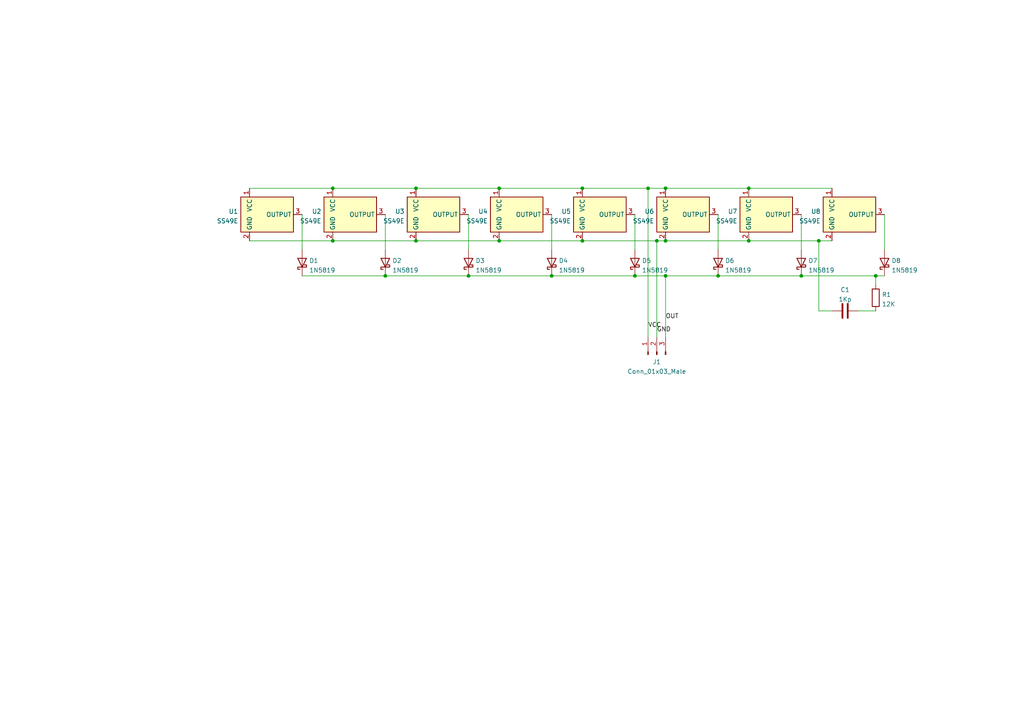
<source format=kicad_sch>
(kicad_sch (version 20211123) (generator eeschema)
  (paper "A4")
  (lib_symbols
    (symbol "Connector:Conn_01x03_Male" (pin_names (offset 1.016) hide)
      (property "Reference" "J" (at 0 5.08 0))
      (property "Value" "Conn_01x03_Male" (at 0 -5.08 0))
      (symbol "Conn_01x03_Male_1_1"
        (polyline (pts (xy 1.27 -2.54) (xy 0.8636 -2.54)) (stroke (width 0.1524)))
        (polyline (pts (xy 1.27 0) (xy 0.8636 0)) (stroke (width 0.1524)))
        (polyline (pts (xy 1.27 2.54) (xy 0.8636 2.54)) (stroke (width 0.1524)))
        (rectangle (start 0.8636 -2.413) (end 0 -2.667) (stroke (width 0.1524)) (fill (type outline)))
        (rectangle (start 0.8636 0.127) (end 0 -0.127) (stroke (width 0.1524)) (fill (type outline)))
        (rectangle (start 0.8636 2.667) (end 0 2.413) (stroke (width 0.1524)) (fill (type outline)))
        (pin passive line (at 5.08 2.54 180) (length 3.81) (name "Pin_1") (number "1"))
        (pin passive line (at 5.08 0 180) (length 3.81) (name "Pin_2") (number "2"))
        (pin passive line (at 5.08 -2.54 180) (length 3.81) (name "Pin_3") (number "3"))
      )
    )
    (symbol "Device:C" (pin_numbers hide) (pin_names (offset 0.254))
      (property "Reference" "C" (at 0.635 2.54 0))
      (property "Value" "C" (at 0.635 -2.54 0))
      (symbol "C_0_1"
        (polyline (pts (xy -2.032 -0.762) (xy 2.032 -0.762)) (stroke (width 0.508)))
        (polyline (pts (xy -2.032 0.762) (xy 2.032 0.762)) (stroke (width 0.508)))
      )
      (symbol "C_1_1"
        (pin passive line (at 0 3.81 270) (length 2.794) (name "~") (number "1"))
        (pin passive line (at 0 -3.81 90) (length 2.794) (name "~") (number "2"))
      )
    )
    (symbol "Device:R" (pin_numbers hide) (pin_names (offset 0))
      (property "Reference" "R" (at 2.032 0 90))
      (property "Value" "R" (at 0 0 90))
      (symbol "R_0_1"
        (rectangle (start -1.016 -2.54) (end 1.016 2.54) (stroke (width 0.254)))
      )
      (symbol "R_1_1"
        (pin passive line (at 0 3.81 270) (length 1.27) (name "~") (number "1"))
        (pin passive line (at 0 -3.81 90) (length 1.27) (name "~") (number "2"))
      )
    )
    (symbol "Diode:1N5819" (pin_numbers hide) (pin_names (offset 1.016) hide)
      (property "Reference" "D" (at 0 2.54 0))
      (property "Value" "1N5819" (at 0 -2.54 0))
      (symbol "1N5819_0_1"
        (polyline (pts (xy 1.27 0) (xy -1.27 0)))
        (polyline (pts (xy 1.27 1.27) (xy 1.27 -1.27) (xy -1.27 0) (xy 1.27 1.27)) (stroke (width 0.254)))
        (polyline (pts (xy -1.905 0.635) (xy -1.905 1.27) (xy -1.27 1.27) (xy -1.27 -1.27) (xy -0.635 -1.27) (xy -0.635 -0.635)) (stroke (width 0.254)))
      )
      (symbol "1N5819_1_1"
        (pin passive line (at -3.81 0 0) (length 2.54) (name "K") (number "1"))
        (pin passive line (at 3.81 0 180) (length 2.54) (name "A") (number "2"))
      )
    )
    (symbol "SM351LT_1"
      (property "Reference" "U1" (at -8.382 0.9085 0))
      (property "Value" "SM351LT_1" (at -8.382 -1.8666 0))
      (symbol "SM351LT_1_0_1"
        (rectangle (start 7.62 5.08) (end -7.62 -5.08) (stroke (width 0.254)) (fill (type background)))
      )
      (symbol "SM351LT_1_1_1"
        (pin power_in line (at -5.08 7.62 270) (length 2.54) (name "VCC") (number "1"))
        (pin power_in line (at -5.08 -7.62 90) (length 2.54) (name "GND") (number "2"))
        (pin output line (at 10.16 0 180) (length 2.54) (name "OUTPUT") (number "3"))
      )
    )
  )
  (junction (at 160.02 80.01))
  (junction (at 144.78 54.61))
  (junction (at 217.17 69.85))
  (junction (at 232.41 80.01))
  (junction (at 237.49 69.85))
  (junction (at 168.91 69.85))
  (junction (at 193.04 80.01))
  (junction (at 144.78 69.85))
  (junction (at 193.04 54.61))
  (junction (at 254 80.01))
  (junction (at 96.52 69.85))
  (junction (at 190.5 69.85))
  (junction (at 96.52 54.61))
  (junction (at 120.65 69.85))
  (junction (at 111.76 80.01))
  (junction (at 208.28 80.01))
  (junction (at 168.91 54.61))
  (junction (at 217.17 54.61))
  (junction (at 120.65 54.61))
  (junction (at 184.15 80.01))
  (junction (at 187.96 54.61))
  (junction (at 135.89 80.01))
  (junction (at 193.04 69.85))
  (wire (pts (xy 168.91 54.61) (xy 187.96 54.61)))
  (wire (pts (xy 96.52 69.85) (xy 120.65 69.85)))
  (wire (pts (xy 184.15 62.23) (xy 184.15 72.39)))
  (wire (pts (xy 193.04 54.61) (xy 217.17 54.61)))
  (wire (pts (xy 160.02 62.23) (xy 160.02 72.39)))
  (wire (pts (xy 237.49 69.85) (xy 241.3 69.85)))
  (wire (pts (xy 193.04 80.01) (xy 208.28 80.01)))
  (wire (pts (xy 135.89 62.23) (xy 135.89 72.39)))
  (wire (pts (xy 120.65 54.61) (xy 144.78 54.61)))
  (wire (pts (xy 72.39 54.61) (xy 96.52 54.61)))
  (wire (pts (xy 254 80.01) (xy 256.54 80.01)))
  (wire (pts (xy 87.63 62.23) (xy 87.63 72.39)))
  (wire (pts (xy 237.49 90.17) (xy 237.49 69.85)))
  (wire (pts (xy 208.28 62.23) (xy 208.28 72.39)))
  (wire (pts (xy 232.41 80.01) (xy 254 80.01)))
  (wire (pts (xy 187.96 54.61) (xy 187.96 97.79)))
  (wire (pts (xy 96.52 54.61) (xy 120.65 54.61)))
  (wire (pts (xy 144.78 54.61) (xy 168.91 54.61)))
  (wire (pts (xy 190.5 69.85) (xy 190.5 97.79)))
  (wire (pts (xy 184.15 80.01) (xy 193.04 80.01)))
  (wire (pts (xy 120.65 69.85) (xy 144.78 69.85)))
  (wire (pts (xy 193.04 69.85) (xy 217.17 69.85)))
  (wire (pts (xy 187.96 54.61) (xy 193.04 54.61)))
  (wire (pts (xy 232.41 62.23) (xy 232.41 72.39)))
  (wire (pts (xy 111.76 62.23) (xy 111.76 72.39)))
  (wire (pts (xy 217.17 69.85) (xy 237.49 69.85)))
  (wire (pts (xy 72.39 69.85) (xy 96.52 69.85)))
  (wire (pts (xy 190.5 69.85) (xy 193.04 69.85)))
  (wire (pts (xy 160.02 80.01) (xy 184.15 80.01)))
  (wire (pts (xy 87.63 80.01) (xy 111.76 80.01)))
  (wire (pts (xy 241.3 90.17) (xy 237.49 90.17)))
  (wire (pts (xy 217.17 54.61) (xy 241.3 54.61)))
  (wire (pts (xy 168.91 69.85) (xy 190.5 69.85)))
  (wire (pts (xy 248.92 90.17) (xy 254 90.17)))
  (wire (pts (xy 208.28 80.01) (xy 232.41 80.01)))
  (wire (pts (xy 111.76 80.01) (xy 135.89 80.01)))
  (wire (pts (xy 144.78 69.85) (xy 168.91 69.85)))
  (wire (pts (xy 193.04 80.01) (xy 193.04 97.79)))
  (wire (pts (xy 256.54 62.23) (xy 256.54 72.39)))
  (wire (pts (xy 135.89 80.01) (xy 160.02 80.01)))
  (wire (pts (xy 254 80.01) (xy 254 82.55)))
  (label "OUT" (at 193.04 92.71 0))
  (label "GND" (at 190.5 96.52 0))
  (label "VCC" (at 187.96 95.25 0))
  (symbol (lib_id "Diode:1N5819") (at 111.76 76.2 90) (unit 1)
    (property "Reference" "D2" (at 113.792 75.609 90) (effects (justify right)))
    (property "Value" "1N5819" (at 113.792 78.3841 90) (effects (justify right)))
    (property "Footprint" "Diode_THT:D_DO-41_SOD81_P10.16mm_Horizontal" (effects hide))
    (property "Datasheet" "http://www.vishay.com/docs/88525/1n5817.pdf" (effects hide))
  )
  (symbol (lib_id "Diode:1N5819") (at 135.89 76.2 90) (unit 1)
    (property "Reference" "D3" (at 137.922 75.609 90) (effects (justify right)))
    (property "Value" "1N5819" (at 137.922 78.3841 90) (effects (justify right)))
    (property "Footprint" "Diode_THT:D_DO-41_SOD81_P10.16mm_Horizontal" (effects hide))
    (property "Datasheet" "http://www.vishay.com/docs/88525/1n5817.pdf" (effects hide))
  )
  (symbol (lib_id "Diode:1N5819") (at 87.63 76.2 90) (unit 1)
    (property "Reference" "D1" (at 89.662 75.609 90) (effects (justify right)))
    (property "Value" "1N5819" (at 89.662 78.3841 90) (effects (justify right)))
    (property "Footprint" "Diode_THT:D_DO-41_SOD81_P10.16mm_Horizontal" (effects hide))
    (property "Datasheet" "http://www.vishay.com/docs/88525/1n5817.pdf" (effects hide))
  )
  (symbol (lib_id "Diode:1N5819") (at 256.54 76.2 90) (unit 1)
    (property "Reference" "D8" (at 258.572 75.609 90) (effects (justify right)))
    (property "Value" "1N5819" (at 258.572 78.3841 90) (effects (justify right)))
    (property "Footprint" "Diode_THT:D_DO-41_SOD81_P10.16mm_Horizontal" (effects hide))
    (property "Datasheet" "http://www.vishay.com/docs/88525/1n5817.pdf" (effects hide))
  )
  (symbol (lib_name "SM351LT_1") (lib_id "Sensor_Magnetic:SM351LT") (at 246.38 62.23 0) (unit 1)
    (property "Reference" "U8" (at 237.9981 61.3215 0) (effects (justify right)))
    (property "Value" "SS49E" (at 237.9981 64.0966 0) (effects (justify right)))
    (property "Footprint" "Connector_PinHeader_1.27mm:PinHeader_1x03_P1.27mm_Vertical" (effects hide))
    (property "Datasheet" "https://sensing.honeywell.com/honeywell-sensing-nanopower-series-product-sheet-50095501-a-en.pdf" (effects hide))
  )
  (symbol (lib_name "SM351LT_1") (lib_id "Sensor_Magnetic:SM351LT") (at 125.73 62.23 0) (unit 1)
    (property "Reference" "U3" (at 117.3481 61.3215 0) (effects (justify right)))
    (property "Value" "SS49E" (at 117.3481 64.0966 0) (effects (justify right)))
    (property "Footprint" "Connector_PinHeader_1.27mm:PinHeader_1x03_P1.27mm_Vertical" (effects hide))
    (property "Datasheet" "https://sensing.honeywell.com/honeywell-sensing-nanopower-series-product-sheet-50095501-a-en.pdf" (effects hide))
  )
  (symbol (lib_name "SM351LT_1") (lib_id "Sensor_Magnetic:SM351LT") (at 198.12 62.23 0) (unit 1)
    (property "Reference" "U6" (at 189.7381 61.3215 0) (effects (justify right)))
    (property "Value" "SS49E" (at 189.7381 64.0966 0) (effects (justify right)))
    (property "Footprint" "Connector_PinHeader_1.27mm:PinHeader_1x03_P1.27mm_Vertical" (effects hide))
    (property "Datasheet" "https://sensing.honeywell.com/honeywell-sensing-nanopower-series-product-sheet-50095501-a-en.pdf" (effects hide))
  )
  (symbol (lib_id "Diode:1N5819") (at 232.41 76.2 90) (unit 1)
    (property "Reference" "D7" (at 234.442 75.609 90) (effects (justify right)))
    (property "Value" "1N5819" (at 234.442 78.3841 90) (effects (justify right)))
    (property "Footprint" "Diode_THT:D_DO-41_SOD81_P10.16mm_Horizontal" (effects hide))
    (property "Datasheet" "http://www.vishay.com/docs/88525/1n5817.pdf" (effects hide))
  )
  (symbol (lib_name "SM351LT_1") (lib_id "Sensor_Magnetic:SM351LT") (at 149.86 62.23 0) (unit 1)
    (property "Reference" "U4" (at 141.4781 61.3215 0) (effects (justify right)))
    (property "Value" "SS49E" (at 141.4781 64.0966 0) (effects (justify right)))
    (property "Footprint" "Connector_PinHeader_1.27mm:PinHeader_1x03_P1.27mm_Vertical" (effects hide))
    (property "Datasheet" "https://sensing.honeywell.com/honeywell-sensing-nanopower-series-product-sheet-50095501-a-en.pdf" (effects hide))
  )
  (symbol (lib_id "Diode:1N5819") (at 160.02 76.2 90) (unit 1)
    (property "Reference" "D4" (at 162.052 75.609 90) (effects (justify right)))
    (property "Value" "1N5819" (at 162.052 78.3841 90) (effects (justify right)))
    (property "Footprint" "Diode_THT:D_DO-41_SOD81_P10.16mm_Horizontal" (effects hide))
    (property "Datasheet" "http://www.vishay.com/docs/88525/1n5817.pdf" (effects hide))
  )
  (symbol (lib_name "SM351LT_1") (lib_id "Sensor_Magnetic:SM351LT") (at 222.25 62.23 0) (unit 1)
    (property "Reference" "U7" (at 213.8681 61.3215 0) (effects (justify right)))
    (property "Value" "SS49E" (at 213.8681 64.0966 0) (effects (justify right)))
    (property "Footprint" "Connector_PinHeader_1.27mm:PinHeader_1x03_P1.27mm_Vertical" (effects hide))
    (property "Datasheet" "https://sensing.honeywell.com/honeywell-sensing-nanopower-series-product-sheet-50095501-a-en.pdf" (effects hide))
  )
  (symbol (lib_id "Device:C") (at 245.11 90.17 90) (unit 1)
    (property "Reference" "C1" (at 245.11 84.0445 90))
    (property "Value" "1Kp" (at 245.11 86.8196 90))
    (property "Footprint" "Capacitor_THT:C_Disc_D5.1mm_W3.2mm_P5.00mm" (effects hide))
  )
  (symbol (lib_name "SM351LT_1") (lib_id "Sensor_Magnetic:SM351LT") (at 77.47 62.23 0) (unit 1)
    (property "Reference" "U1" (at 69.0881 61.3215 0) (effects (justify right)))
    (property "Value" "SS49E" (at 69.0881 64.0966 0) (effects (justify right)))
    (property "Footprint" "Connector_PinHeader_1.27mm:PinHeader_1x03_P1.27mm_Vertical" (effects hide))
    (property "Datasheet" "https://sensing.honeywell.com/honeywell-sensing-nanopower-series-product-sheet-50095501-a-en.pdf" (effects hide))
  )
  (symbol (lib_name "SM351LT_1") (lib_id "Sensor_Magnetic:SM351LT") (at 101.6 62.23 0) (unit 1)
    (property "Reference" "U2" (at 93.2181 61.3215 0) (effects (justify right)))
    (property "Value" "SS49E" (at 93.2181 64.0966 0) (effects (justify right)))
    (property "Footprint" "Connector_PinHeader_1.27mm:PinHeader_1x03_P1.27mm_Vertical" (effects hide))
    (property "Datasheet" "https://sensing.honeywell.com/honeywell-sensing-nanopower-series-product-sheet-50095501-a-en.pdf" (effects hide))
  )
  (symbol (lib_id "Connector:Conn_01x03_Male") (at 190.5 102.87 90) (unit 1)
    (property "Reference" "J1" (at 190.5 104.9687 90))
    (property "Value" "Conn_01x03_Male" (at 190.5 107.7438 90))
    (property "Footprint" "Connector_PinHeader_2.54mm:PinHeader_1x03_P2.54mm_Vertical" (effects hide))
  )
  (symbol (lib_name "SM351LT_1") (lib_id "Sensor_Magnetic:SM351LT") (at 173.99 62.23 0) (unit 1)
    (property "Reference" "U5" (at 165.6081 61.3215 0) (effects (justify right)))
    (property "Value" "SS49E" (at 165.6081 64.0966 0) (effects (justify right)))
    (property "Footprint" "Connector_PinHeader_1.27mm:PinHeader_1x03_P1.27mm_Vertical" (effects hide))
    (property "Datasheet" "https://sensing.honeywell.com/honeywell-sensing-nanopower-series-product-sheet-50095501-a-en.pdf" (effects hide))
  )
  (symbol (lib_id "Device:R") (at 254 86.36 0) (unit 1)
    (property "Reference" "R1" (at 255.778 85.4515 0) (effects (justify left)))
    (property "Value" "12K" (at 255.778 88.2266 0) (effects (justify left)))
    (property "Footprint" "Resistor_THT:R_Axial_DIN0309_L9.0mm_D3.2mm_P2.54mm_Vertical" (effects hide))
  )
  (symbol (lib_id "Diode:1N5819") (at 184.15 76.2 90) (unit 1)
    (property "Reference" "D5" (at 186.182 75.609 90) (effects (justify right)))
    (property "Value" "1N5819" (at 186.182 78.3841 90) (effects (justify right)))
    (property "Footprint" "Diode_THT:D_DO-41_SOD81_P10.16mm_Horizontal" (effects hide))
    (property "Datasheet" "http://www.vishay.com/docs/88525/1n5817.pdf" (effects hide))
  )
  (symbol (lib_id "Diode:1N5819") (at 208.28 76.2 90) (unit 1)
    (property "Reference" "D6" (at 210.312 75.609 90) (effects (justify right)))
    (property "Value" "1N5819" (at 210.312 78.3841 90) (effects (justify right)))
    (property "Footprint" "Diode_THT:D_DO-41_SOD81_P10.16mm_Horizontal" (effects hide))
    (property "Datasheet" "http://www.vishay.com/docs/88525/1n5817.pdf" (effects hide))
  )
)
</source>
